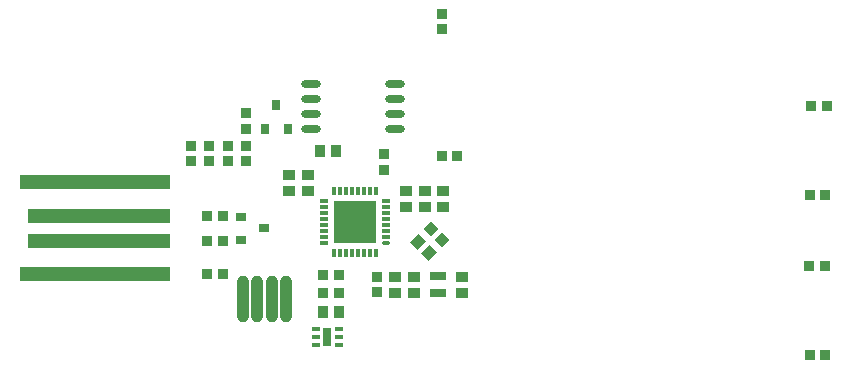
<source format=gtp>
G04*
G04 #@! TF.GenerationSoftware,Altium Limited,Altium Designer,19.0.11 (319)*
G04*
G04 Layer_Color=8421504*
%FSLAX44Y44*%
%MOMM*%
G71*
G01*
G75*
%ADD13R,0.9500X0.8500*%
%ADD14R,0.8000X0.9000*%
%ADD15R,0.8500X0.9500*%
%ADD16O,1.0000X4.0000*%
%ADD17R,0.7000X0.3000*%
%ADD18R,0.7500X1.5500*%
%ADD19R,0.8000X0.3000*%
%ADD20R,0.9000X1.0000*%
%ADD21R,1.0000X0.9000*%
%ADD22R,0.9000X0.8000*%
%ADD23O,1.7000X0.6000*%
%ADD24R,12.7000X1.2700*%
%ADD25R,12.0650X1.2700*%
G04:AMPARAMS|DCode=26|XSize=0.95mm|YSize=0.85mm|CornerRadius=0mm|HoleSize=0mm|Usage=FLASHONLY|Rotation=45.000|XOffset=0mm|YOffset=0mm|HoleType=Round|Shape=Rectangle|*
%AMROTATEDRECTD26*
4,1,4,-0.0354,-0.6364,-0.6364,-0.0354,0.0354,0.6364,0.6364,0.0354,-0.0354,-0.6364,0.0*
%
%ADD26ROTATEDRECTD26*%

G04:AMPARAMS|DCode=27|XSize=1mm|YSize=0.9mm|CornerRadius=0mm|HoleSize=0mm|Usage=FLASHONLY|Rotation=225.000|XOffset=0mm|YOffset=0mm|HoleType=Round|Shape=Rectangle|*
%AMROTATEDRECTD27*
4,1,4,0.0354,0.6718,0.6718,0.0354,-0.0354,-0.6718,-0.6718,-0.0354,0.0354,0.6718,0.0*
%
%ADD27ROTATEDRECTD27*%

%ADD28R,1.4000X0.7500*%
%ADD29O,0.7000X0.3000*%
%ADD30R,0.3000X0.7000*%
%ADD31R,3.6000X3.6000*%
D13*
X201750Y234500D02*
D03*
Y247500D02*
D03*
X367500Y331750D02*
D03*
Y318750D02*
D03*
X201750Y219750D02*
D03*
Y206750D02*
D03*
X186000Y219750D02*
D03*
Y206750D02*
D03*
X170250Y219750D02*
D03*
Y206750D02*
D03*
X154500Y219750D02*
D03*
Y206750D02*
D03*
X318560Y212900D02*
D03*
Y199900D02*
D03*
X312060Y95900D02*
D03*
Y108900D02*
D03*
D14*
X217750Y234500D02*
D03*
X236750D02*
D03*
X227250Y254500D02*
D03*
D15*
X380500Y211500D02*
D03*
X367500D02*
D03*
X678750Y43250D02*
D03*
X691750D02*
D03*
X680000Y253750D02*
D03*
X693000D02*
D03*
X678750Y178250D02*
D03*
X691750D02*
D03*
X678500Y118250D02*
D03*
X691500D02*
D03*
X267060Y95150D02*
D03*
X280060D02*
D03*
X267060Y110900D02*
D03*
X280060D02*
D03*
X181610Y160900D02*
D03*
X168610D02*
D03*
Y111900D02*
D03*
X181610D02*
D03*
Y139150D02*
D03*
X168610D02*
D03*
D16*
X235610Y90150D02*
D03*
X223360D02*
D03*
X211110D02*
D03*
X198860D02*
D03*
D17*
X267360Y153150D02*
D03*
X319860Y143150D02*
D03*
Y148150D02*
D03*
Y153150D02*
D03*
Y158150D02*
D03*
Y163150D02*
D03*
Y168150D02*
D03*
Y173150D02*
D03*
X267360D02*
D03*
Y168150D02*
D03*
Y163150D02*
D03*
Y158150D02*
D03*
Y148150D02*
D03*
Y143150D02*
D03*
Y138150D02*
D03*
D18*
X270310Y58150D02*
D03*
D19*
X260310Y51650D02*
D03*
Y58150D02*
D03*
Y64650D02*
D03*
X280310D02*
D03*
Y58150D02*
D03*
Y51650D02*
D03*
D20*
Y78900D02*
D03*
X266810D02*
D03*
X277500Y216000D02*
D03*
X264000D02*
D03*
D21*
X253560Y181650D02*
D03*
Y195150D02*
D03*
X237710Y181650D02*
D03*
Y195150D02*
D03*
X368560Y181900D02*
D03*
Y168400D02*
D03*
X352810D02*
D03*
Y181900D02*
D03*
X337060Y168400D02*
D03*
Y181900D02*
D03*
X384060Y109150D02*
D03*
Y95650D02*
D03*
X327810Y109150D02*
D03*
Y95650D02*
D03*
X343560Y109150D02*
D03*
Y95650D02*
D03*
D22*
X217110Y150150D02*
D03*
X197110Y140650D02*
D03*
Y159650D02*
D03*
D23*
X327360Y234600D02*
D03*
Y247300D02*
D03*
Y260000D02*
D03*
Y272700D02*
D03*
X256360Y234600D02*
D03*
Y247300D02*
D03*
Y260000D02*
D03*
Y272700D02*
D03*
D24*
X73850Y189600D02*
D03*
Y111900D02*
D03*
D25*
X77025Y160795D02*
D03*
Y139205D02*
D03*
D26*
X358214Y149496D02*
D03*
X367406Y140304D02*
D03*
D27*
X346810Y138650D02*
D03*
X356356Y129104D02*
D03*
D28*
X363810Y95150D02*
D03*
Y109650D02*
D03*
D29*
X319860Y138150D02*
D03*
D30*
X311110Y181900D02*
D03*
X306110D02*
D03*
X301110D02*
D03*
X296110D02*
D03*
X291110D02*
D03*
X286110D02*
D03*
X281110D02*
D03*
X276110D02*
D03*
Y129400D02*
D03*
X281110D02*
D03*
X286110D02*
D03*
X291110D02*
D03*
X296110D02*
D03*
X301110D02*
D03*
X306110D02*
D03*
X311110D02*
D03*
D31*
X293610Y155650D02*
D03*
M02*

</source>
